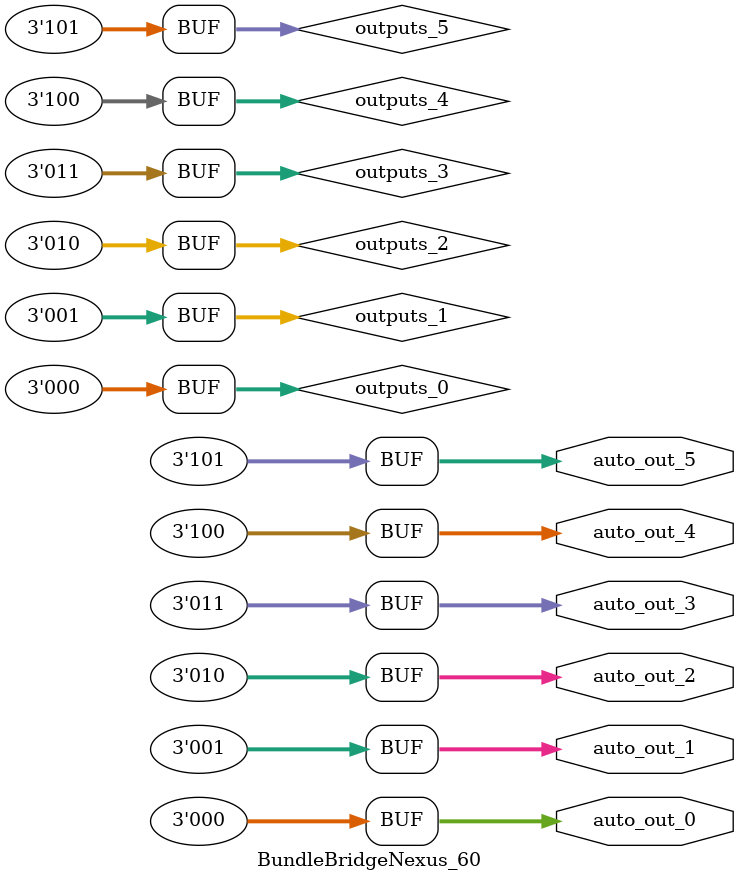
<source format=sv>
`ifndef RANDOMIZE
  `ifdef RANDOMIZE_REG_INIT
    `define RANDOMIZE
  `endif // RANDOMIZE_REG_INIT
`endif // not def RANDOMIZE
`ifndef RANDOMIZE
  `ifdef RANDOMIZE_MEM_INIT
    `define RANDOMIZE
  `endif // RANDOMIZE_MEM_INIT
`endif // not def RANDOMIZE

`ifndef RANDOM
  `define RANDOM $random
`endif // not def RANDOM

// Users can define 'PRINTF_COND' to add an extra gate to prints.
`ifndef PRINTF_COND_
  `ifdef PRINTF_COND
    `define PRINTF_COND_ (`PRINTF_COND)
  `else  // PRINTF_COND
    `define PRINTF_COND_ 1
  `endif // PRINTF_COND
`endif // not def PRINTF_COND_

// Users can define 'ASSERT_VERBOSE_COND' to add an extra gate to assert error printing.
`ifndef ASSERT_VERBOSE_COND_
  `ifdef ASSERT_VERBOSE_COND
    `define ASSERT_VERBOSE_COND_ (`ASSERT_VERBOSE_COND)
  `else  // ASSERT_VERBOSE_COND
    `define ASSERT_VERBOSE_COND_ 1
  `endif // ASSERT_VERBOSE_COND
`endif // not def ASSERT_VERBOSE_COND_

// Users can define 'STOP_COND' to add an extra gate to stop conditions.
`ifndef STOP_COND_
  `ifdef STOP_COND
    `define STOP_COND_ (`STOP_COND)
  `else  // STOP_COND
    `define STOP_COND_ 1
  `endif // STOP_COND
`endif // not def STOP_COND_

// Users can define INIT_RANDOM as general code that gets injected into the
// initializer block for modules with registers.
`ifndef INIT_RANDOM
  `define INIT_RANDOM
`endif // not def INIT_RANDOM

// If using random initialization, you can also define RANDOMIZE_DELAY to
// customize the delay used, otherwise 0.002 is used.
`ifndef RANDOMIZE_DELAY
  `define RANDOMIZE_DELAY 0.002
`endif // not def RANDOMIZE_DELAY

// Define INIT_RANDOM_PROLOG_ for use in our modules below.
`ifndef INIT_RANDOM_PROLOG_
  `ifdef RANDOMIZE
    `ifdef VERILATOR
      `define INIT_RANDOM_PROLOG_ `INIT_RANDOM
    `else  // VERILATOR
      `define INIT_RANDOM_PROLOG_ `INIT_RANDOM #`RANDOMIZE_DELAY begin end
    `endif // VERILATOR
  `else  // RANDOMIZE
    `define INIT_RANDOM_PROLOG_
  `endif // RANDOMIZE
`endif // not def INIT_RANDOM_PROLOG_

module BundleBridgeNexus_60(
  output [2:0] auto_out_5,
               auto_out_4,
               auto_out_3,
               auto_out_2,
               auto_out_1,
               auto_out_0
);

  wire [2:0] outputs_0 = 3'h0;	// @[HasTiles.scala:159:32]
  wire [2:0] outputs_1 = 3'h1;	// @[HasTiles.scala:159:32]
  wire [2:0] outputs_2 = 3'h2;	// @[HasTiles.scala:159:32]
  wire [2:0] outputs_3 = 3'h3;	// @[HasTiles.scala:159:32]
  wire [2:0] outputs_4 = 3'h4;	// @[HasTiles.scala:159:32]
  wire [2:0] outputs_5 = 3'h5;	// @[HasTiles.scala:159:32]
  assign auto_out_5 = outputs_5;	// @[HasTiles.scala:159:32]
  assign auto_out_4 = outputs_4;	// @[HasTiles.scala:159:32]
  assign auto_out_3 = outputs_3;	// @[HasTiles.scala:159:32]
  assign auto_out_2 = outputs_2;	// @[HasTiles.scala:159:32]
  assign auto_out_1 = outputs_1;	// @[HasTiles.scala:159:32]
  assign auto_out_0 = outputs_0;	// @[HasTiles.scala:159:32]
endmodule


</source>
